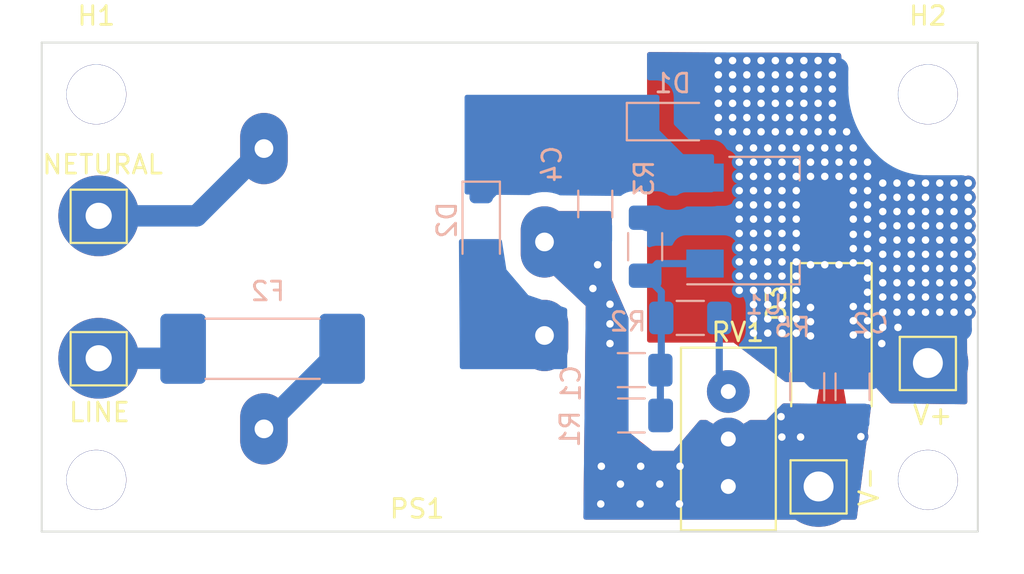
<source format=kicad_pcb>
(kicad_pcb (version 20240225) (generator "pcbnew") (generator_version "8.99")
  (layers (0 "F.Cu" signal) (31 "B.Cu" signal) (34 "B.Paste" user) (35 "F.Paste" user) (36 "B.SilkS" user "B.Silkscreen") (37 "F.SilkS" user "F.Silkscreen") (38 "B.Mask" user) (39 "F.Mask" user) (44 "Edge.Cuts" user))
  (net 0 "")
  (net 1 "Net-(R2-Pad2)")
  (net 2 "GND")
  (net 3 "/Vout")
  (net 4 "/Vin1")
  (net 5 "Net-(U1-ADJ)")
  (net 6 "/Vfuse2")
  (net 7 "/Vin2")
  (net 8 "/VDC")
  (net 9 "/VDC1")
  (footprint "MountingHole:MountingHole_3.2mm_M3" (layer "F.Cu") (at 112.522 79.7814)
    (property "Reference" "H4" (hide yes))
    (property "Value" "MountingHole")
    (pad "" np_thru_hole circle (at 0 0) (size 3.2 3.2) (drill 3.175) (layers "*.Cu" "*.Mask"))
  )
  (footprint "Potentiometer_THT:Potentiometer_Bourns_3296W_Vertical" (layer "F.Cu") (at 146.304 75.054 90)
    (property "Reference" "RV1" (at 3.175 0.508 0) (layer "F.SilkS"))
    (property "Value" "200")
    (fp_line (start 2.345 -2.53) (end 2.345 2.54) (stroke (width 0.12)) (layer "F.SilkS"))
    (fp_line (start -7.425 -2.53) (end 2.345 -2.53) (stroke (width 0.12)) (layer "F.SilkS"))
    (fp_line (start -7.425 -2.53) (end -7.425 2.54) (stroke (width 0.12)) (layer "F.SilkS"))
    (fp_line (start -7.425 2.54) (end 2.345 2.54) (stroke (width 0.12)) (layer "F.SilkS"))
    (pad "1" thru_hole circle (at 0 0 90) (size 2.286 2.286) (drill 0.8) (layers "*.Cu" "*.Mask") (net 1 "Net-(R2-Pad2)"))
    (pad "2" thru_hole circle (at -2.54 0 90) (size 2.286 2.286) (drill 0.8) (layers "*.Cu" "*.Mask") (net 2 "GND"))
    (pad "3" thru_hole circle (at -5.08 0 90) (size 2.286 2.286) (drill 0.8) (layers "*.Cu" "*.Mask") (net 2 "GND"))
  )
  (footprint "Connector_Pin:Pin_D1.4mm_L8.5mm_W2.8mm_FlatFork" (layer "F.Cu") (at 112.649 73.276)
    (property "Reference" "TP2" (hide yes))
    (property "Value" "TestPoint" (hide yes))
    (fp_line (start -1.5 -1.4) (end -1.5 1.45) (stroke (width 0.12)) (layer "F.SilkS"))
    (fp_line (start -1.5 -1.4) (end 1.5 -1.4) (stroke (width 0.12)) (layer "F.SilkS"))
    (fp_line (start -1.5 1.45) (end 1.5 1.45) (stroke (width 0.12)) (layer "F.SilkS"))
    (fp_line (start 1.5 -1.4) (end 1.5 1.45) (stroke (width 0.12)) (layer "F.SilkS"))
    (pad "1" thru_hole circle (at 0 0) (size 4.318 4.318) (drill 1.4) (layers "*.Cu" "*.Mask") (net 7 "/Vin2"))
  )
  (footprint "Connector_Pin:Pin_D1.4mm_L8.5mm_W2.8mm_FlatFork" (layer "F.Cu") (at 112.649 65.656)
    (property "Reference" "TP1" (hide yes))
    (property "Value" "TestPoint" (hide yes))
    (fp_line (start -1.5 -1.4) (end -1.5 1.45) (stroke (width 0.12)) (layer "F.SilkS"))
    (fp_line (start -1.5 -1.4) (end 1.5 -1.4) (stroke (width 0.12)) (layer "F.SilkS"))
    (fp_line (start -1.5 1.45) (end 1.5 1.45) (stroke (width 0.12)) (layer "F.SilkS"))
    (fp_line (start 1.5 -1.4) (end 1.5 1.45) (stroke (width 0.12)) (layer "F.SilkS"))
    (pad "1" thru_hole circle (at 0 0) (size 4.318 4.318) (drill 1.4) (layers "*.Cu" "*.Mask") (net 4 "/Vin1"))
  )
  (footprint "MountingHole:MountingHole_3.2mm_M3" (layer "F.Cu") (at 156.972 59.1566)
    (property "Reference" "H2" (at 0 -4.2 0) (layer "F.SilkS"))
    (property "Value" "MountingHole")
    (pad "" np_thru_hole circle (at 0 0) (size 3.2 3.2) (drill 3.175) (layers "*.Cu" "*.Mask"))
  )
  (footprint "Parts:ZPI03S0600WC" (layer "F.Cu") (at 128.9812 69.5549 -90)
    (property "Reference" "PS1" (at 11.7729 -0.6858 0) (layer "F.SilkS"))
    (property "Value" "ZPI03S0600WC")
    (pad "1" thru_hole oval (at 7.49808 7.49808 270) (size 3.81 2.54) (drill 1) (layers "*.Cu" "*.Mask") (net 6 "/Vfuse2"))
    (pad "2" thru_hole oval (at -7.49808 7.49808 270) (size 3.81 2.54) (drill 1) (layers "*.Cu" "*.Mask") (net 4 "/Vin1"))
    (pad "3" thru_hole oval (at 2.5019 -7.49808 270) (size 3.81 2.54) (drill 1) (layers "*.Cu" "*.Mask") (net 9 "/VDC1"))
    (pad "4" thru_hole oval (at -2.5019 -7.49808 270) (size 3.81 2.54) (drill 1) (layers "*.Cu" "*.Mask") (net 2 "GND"))
  )
  (footprint "Connector_Pin:Pin_D1.4mm_L8.5mm_W2.8mm_FlatFork" (layer "F.Cu") (at 151.13 80.134)
    (property "Reference" "TP4" (hide yes))
    (property "Value" "TestPoint" (hide yes))
    (fp_line (start -1.5 -1.4) (end -1.5 1.45) (stroke (width 0.12)) (layer "F.SilkS"))
    (fp_line (start -1.5 -1.4) (end 1.5 -1.4) (stroke (width 0.12)) (layer "F.SilkS"))
    (fp_line (start -1.5 1.45) (end 1.5 1.45) (stroke (width 0.12)) (layer "F.SilkS"))
    (fp_line (start 1.5 -1.4) (end 1.5 1.45) (stroke (width 0.12)) (layer "F.SilkS"))
    (pad "1" thru_hole circle (at 0 0) (size 4.318 4.318) (drill 1.6) (layers "*.Cu" "*.Mask") (net 2 "GND"))
  )
  (footprint "MountingHole:MountingHole_3.2mm_M3" (layer "F.Cu") (at 112.522 59.1566)
    (property "Reference" "H1" (at 0 -4.2 0) (layer "F.SilkS"))
    (property "Value" "MountingHole")
    (pad "" np_thru_hole circle (at 0 0) (size 3.2 3.2) (drill 3.175) (layers "F&B.Cu" "*.Mask"))
  )
  (footprint "Connector_Pin:Pin_D1.4mm_L8.5mm_W2.8mm_FlatFork" (layer "F.Cu") (at 156.972 73.53)
    (property "Reference" "TP3" (hide yes))
    (property "Value" "TestPoint" (hide yes))
    (fp_line (start -1.5 -1.4) (end -1.5 1.45) (stroke (width 0.12)) (layer "F.SilkS"))
    (fp_line (start -1.5 -1.4) (end 1.5 -1.4) (stroke (width 0.12)) (layer "F.SilkS"))
    (fp_line (start -1.5 1.45) (end 1.5 1.45) (stroke (width 0.12)) (layer "F.SilkS"))
    (fp_line (start 1.5 -1.4) (end 1.5 1.45) (stroke (width 0.12)) (layer "F.SilkS"))
    (pad "1" thru_hole circle (at 0 0) (size 4.318 4.318) (drill 1.6) (layers "*.Cu" "*.Mask") (net 3 "/Vout"))
  )
  (footprint "MountingHole:MountingHole_3.2mm_M3" (layer "F.Cu") (at 156.972 79.7814)
    (property "Reference" "H3" (hide yes))
    (property "Value" "MountingHole")
    (pad "" np_thru_hole circle (at 0 0) (size 3.2 3.2) (drill 3.175) (layers "*.Cu" "*.Mask"))
  )
  (footprint "Diode_SMD:D_SMA-SMB_Universal_Handsoldering" (layer "F.Cu") (at 151.8158 73.1446 -90)
    (property "Reference" "D3" (at -2.7896 2.9464 -90) (layer "F.SilkS"))
    (property "Value" "SMAJ6.5A-13-F")
    (fp_line (start -4.96 2.15) (end 2.7 2.15) (stroke (width 0.12)) (layer "F.SilkS"))
    (fp_line (start -4.96 -2.15) (end -4.96 2.15) (stroke (width 0.12)) (layer "F.SilkS"))
    (fp_line (start -4.96 -2.15) (end 2.7 -2.15) (stroke (width 0.12)) (layer "F.SilkS"))
    (pad "1" smd trapezoid (at -2.9 0 270) (size 3.6 1.7) (rect_delta 0.6 0) (layers "F.Cu" "F.Paste" "F.Mask") (net 3 "/Vout"))
    (pad "2" smd trapezoid (at 2.9 0 90) (size 3.6 1.7) (rect_delta 0.6 0) (layers "F.Cu" "F.Paste" "F.Mask") (net 2 "GND"))
  )
  (footprint "Resistor_SMD:R_1206_3216Metric_Pad1.30x1.75mm_HandSolder" (layer "B.Cu") (at 150.521 74.8 -90)
    (property "Reference" "R5" (at -3.175 0.788 180) (layer "B.SilkS") (effects (justify mirror)))
    (property "Value" "220" (hide yes))
    (fp_line (start 0.727064 0.91) (end -0.727064 0.91) (stroke (width 0.12)) (layer "B.SilkS"))
    (fp_line (start 0.727064 -0.91) (end -0.727064 -0.91) (stroke (width 0.12)) (layer "B.SilkS"))
    (pad "1" smd roundrect (at -1.55 0 270) (size 1.3 1.75) (layers "B.Cu" "B.Paste" "B.Mask") (roundrect_rratio 0.1923076923) (net 3 "/Vout"))
    (pad "2" smd roundrect (at 1.55 0 270) (size 1.3 1.75) (layers "B.Cu" "B.Paste" "B.Mask") (roundrect_rratio 0.1923076923) (net 2 "GND"))
  )
  (footprint "Fuse:Fuse_Schurter_UMT250" (layer "B.Cu") (at 121.412 72.768)
    (property "Reference" "F2" (at 0.2794 -3.0734 0) (layer "B.SilkS") (effects (justify mirror)))
    (property "Value" "0034.6000")
    (fp_line (start 3.05 -1.61) (end -3.05 -1.61) (stroke (width 0.12)) (layer "B.SilkS"))
    (fp_line (start 3.05 1.61) (end -3.05 1.61) (stroke (width 0.12)) (layer "B.SilkS"))
    (pad "1" smd roundrect (at -4.25 0) (size 2.4384 3.75) (layers "B.Cu" "B.Paste" "B.Mask") (roundrect_rratio 0.125) (net 7 "/Vin2"))
    (pad "2" smd roundrect (at 4.25 0) (size 2.4384 3.75) (layers "B.Cu" "B.Paste" "B.Mask") (roundrect_rratio 0.125) (net 6 "/Vfuse2"))
  )
  (footprint "Resistor_SMD:R_1206_3216Metric_Pad1.30x1.75mm_HandSolder" (layer "B.Cu") (at 144.272 71.117)
    (property "Reference" "R2" (at -3.3274 0.2032 0) (layer "B.SilkS") (effects (justify mirror)))
    (property "Value" "330" (hide yes))
    (fp_line (start 0.727064 -0.91) (end -0.727064 -0.91) (stroke (width 0.12)) (layer "B.SilkS"))
    (fp_line (start 0.727064 0.91) (end -0.727064 0.91) (stroke (width 0.12)) (layer "B.SilkS"))
    (pad "1" smd roundrect (at -1.55 0) (size 1.3 1.75) (layers "B.Cu" "B.Paste" "B.Mask") (roundrect_rratio 0.1923076923) (net 5 "Net-(U1-ADJ)"))
    (pad "2" smd roundrect (at 1.55 0) (size 1.3 1.75) (layers "B.Cu" "B.Paste" "B.Mask") (roundrect_rratio 0.1923076923) (net 1 "Net-(R2-Pad2)"))
  )
  (footprint "Capacitor_SMD:C_1206_3216Metric_Pad1.33x1.80mm_HandSolder" (layer "B.Cu") (at 152.9465 74.8 -90)
    (property "Reference" "C2" (at -3.3782 -0.9521 180) (layer "B.SilkS") (effects (justify mirror)))
    (property "Value" ".1U" (hide yes))
    (fp_line (start 0.711252 0.91) (end -0.711252 0.91) (stroke (width 0.12)) (layer "B.SilkS"))
    (fp_line (start 0.711252 -0.91) (end -0.711252 -0.91) (stroke (width 0.12)) (layer "B.SilkS"))
    (pad "1" smd roundrect (at -1.5625 0 270) (size 1.325 1.8) (layers "B.Cu" "B.Paste" "B.Mask") (roundrect_rratio 0.1886792453) (net 3 "/Vout"))
    (pad "2" smd roundrect (at 1.5625 0 270) (size 1.325 1.8) (layers "B.Cu" "B.Paste" "B.Mask") (roundrect_rratio 0.1886792453) (net 2 "GND"))
  )
  (footprint "Resistor_SMD:R_1206_3216Metric_Pad1.30x1.75mm_HandSolder" (layer "B.Cu") (at 141.123 73.911 180)
    (property "Reference" "R1" (at 3.2772 -3.1496 -90) (layer "B.SilkS") (effects (justify mirror)))
    (property "Value" "1500" (hide yes))
    (fp_line (start 0.727064 0.91) (end -0.727064 0.91) (stroke (width 0.12)) (layer "B.SilkS"))
    (fp_line (start 0.727064 -0.91) (end -0.727064 -0.91) (stroke (width 0.12)) (layer "B.SilkS"))
    (pad "1" smd roundrect (at -1.55 0 180) (size 1.3 1.75) (layers "B.Cu" "B.Paste" "B.Mask") (roundrect_rratio 0.1923076923) (net 5 "Net-(U1-ADJ)"))
    (pad "2" smd roundrect (at 1.55 0 180) (size 1.3 1.75) (layers "B.Cu" "B.Paste" "B.Mask") (roundrect_rratio 0.1923076923) (net 2 "GND"))
  )
  (footprint "Capacitor_SMD:C_1206_3216Metric_Pad1.33x1.80mm_HandSolder" (layer "B.Cu") (at 139.192 65.021 -90)
    (property "Reference" "C4" (at -2.1336 2.3114 90) (layer "B.SilkS") (effects (justify mirror)))
    (property "Value" ".1U" (hide yes))
    (fp_line (start 0.711252 0.91) (end -0.711252 0.91) (stroke (width 0.12)) (layer "B.SilkS"))
    (fp_line (start 0.711252 -0.91) (end -0.711252 -0.91) (stroke (width 0.12)) (layer "B.SilkS"))
    (pad "1" smd roundrect (at -1.5625 0 270) (size 1.325 1.8) (layers "B.Cu" "B.Paste" "B.Mask") (roundrect_rratio 0.1886792453) (net 8 "/VDC"))
    (pad "2" smd roundrect (at 1.5625 0 270) (size 1.325 1.8) (layers "B.Cu" "B.Paste" "B.Mask") (roundrect_rratio 0.1886792453) (net 2 "GND"))
  )
  (footprint "Parts:D_SOD-123F-HandSolder" (layer "B.Cu") (at 133.096 66.037 -90)
    (property "Reference" "D2" (at -0.1524 1.8288 -90) (layer "B.SilkS") (effects (justify mirror)))
    (property "Value" "A7")
    (fp_line (start 1.65 1) (end -2.21 1) (stroke (width 0.12)) (layer "B.SilkS"))
    (fp_line (start -2.21 -1) (end -2.21 1) (stroke (width 0.12)) (layer "B.SilkS"))
    (fp_line (start 1.65 -1) (end -2.21 -1) (stroke (width 0.12)) (layer "B.SilkS"))
    (pad "1" smd roundrect (at -1.6764 0 270) (size 1.25 1.25) (layers "B.Cu" "B.Paste" "B.Mask") (roundrect_rratio 0.2272728) (net 8 "/VDC"))
    (pad "2" smd roundrect (at 1.6764 0 270) (size 1.25 1.25) (layers "B.Cu" "B.Paste" "B.Mask") (roundrect_rratio 0.2272728) (net 9 "/VDC1"))
  )
  (footprint "Capacitor_SMD:C_1206_3216Metric_Pad1.33x1.80mm_HandSolder" (layer "B.Cu") (at 141.123 76.3365 180)
    (property "Reference" "C1" (at 3.2264 1.7143 -90) (layer "B.SilkS") (effects (justify mirror)))
    (property "Value" ".1U")
    (fp_line (start 0.711252 0.91) (end -0.711252 0.91) (stroke (width 0.12)) (layer "B.SilkS"))
    (fp_line (start 0.711252 -0.91) (end -0.711252 -0.91) (stroke (width 0.12)) (layer "B.SilkS"))
    (pad "1" smd roundrect (at -1.5625 0 180) (size 1.325 1.8) (layers "B.Cu" "B.Paste" "B.Mask") (roundrect_rratio 0.1886792453) (net 5 "Net-(U1-ADJ)"))
    (pad "2" smd roundrect (at 1.5625 0 180) (size 1.325 1.8) (layers "B.Cu" "B.Paste" "B.Mask") (roundrect_rratio 0.1886792453) (net 2 "GND"))
  )
  (footprint "Package_TO_SOT_SMD:SOT-223-3_TabPin2" (layer "B.Cu") (at 148.209 65.91)
    (property "Reference" "U1" (at 0 4.5 0) (layer "B.SilkS") (effects (justify mirror)))
    (property "Value" "LM317_SOT-223" (hide yes))
    (fp_line (start 1.91 -3.41) (end -1.85 -3.41) (stroke (width 0.12)) (layer "B.SilkS"))
    (fp_line (start 1.91 -2.15) (end 1.91 -3.41) (stroke (width 0.12)) (layer "B.SilkS"))
    (fp_line (start 1.91 2.15) (end 1.91 3.41) (stroke (width 0.12)) (layer "B.SilkS"))
    (fp_line (start 1.91 3.41) (end -4.1 3.41) (stroke (width 0.12)) (layer "B.SilkS"))
    (pad "1" smd rect (at -3.15 2.3) (size 2 1.5) (layers "B.Cu" "B.Paste" "B.Mask") (net 5 "Net-(U1-ADJ)"))
    (pad "2" smd rect (at -3.15 0) (size 2 1.5) (layers "B.Cu" "B.Paste" "B.Mask") (net 3 "/Vout"))
    (pad "2" smd rect (at 3.15 0) (size 2 3.8) (layers "B.Cu" "B.Paste" "B.Mask") (net 3 "/Vout"))
    (pad "3" smd rect (at -3.15 -2.3) (size 2 1.5) (layers "B.Cu" "B.Paste" "B.Mask") (net 8 "/VDC"))
  )
  (footprint "Parts:D_SOD-123F-HandSolder" (layer "B.Cu") (at 143.0905 60.6145)
    (property "Reference" "D1" (at 0.2417 -2.0451 0) (layer "B.SilkS") (effects (justify mirror)))
    (property "Value" "A7")
    (fp_line (start -2.21 -1) (end -2.21 1) (stroke (width 0.12)) (layer "B.SilkS"))
    (fp_line (start 1.65 -1) (end -2.21 -1) (stroke (width 0.12)) (layer "B.SilkS"))
    (fp_line (start 1.65 1) (end -2.21 1) (stroke (width 0.12)) (layer "B.SilkS"))
    (pad "1" smd roundrect (at -1.6764 0) (size 1.25 1.25) (layers "B.Cu" "B.Paste" "B.Mask") (roundrect_rratio 0.2272728) (net 8 "/VDC"))
    (pad "2" smd roundrect (at 1.6764 0) (size 1.25 1.25) (layers "B.Cu" "B.Paste" "B.Mask") (roundrect_rratio 0.2272728) (net 3 "/Vout"))
  )
  (footprint "Resistor_SMD:R_1206_3216Metric_Pad1.30x1.75mm_HandSolder" (layer "B.Cu") (at 141.859 67.307 -90)
    (property "Reference" "R3" (at -3.6576 0.0508 90) (layer "B.SilkS") (effects (justify mirror)))
    (property "Value" "240" (hide yes))
    (fp_line (start 0.727064 0.91) (end -0.727064 0.91) (stroke (width 0.12)) (layer "B.SilkS"))
    (fp_line (start 0.727064 -0.91) (end -0.727064 -0.91) (stroke (width 0.12)) (layer "B.SilkS"))
    (pad "1" smd roundrect (at -1.55 0 270) (size 1.3 1.75) (layers "B.Cu" "B.Paste" "B.Mask") (roundrect_rratio 0.1923076923) (net 3 "/Vout"))
    (pad "2" smd roundrect (at 1.55 0 270) (size 1.3 1.75) (layers "B.Cu" "B.Paste" "B.Mask") (roundrect_rratio 0.1923076923) (net 5 "Net-(U1-ADJ)"))
  )
  (gr_line (start 159.639 82.547) (end 109.601 82.547) (stroke (width 0.1)) (layer "Edge.Cuts"))
  (gr_line (start 109.601 56.385) (end 159.639 56.385) (stroke (width 0.1)) (layer "Edge.Cuts"))
  (gr_line (start 109.601 82.547) (end 109.601 56.385) (stroke (width 0.1)) (layer "Edge.Cuts"))
  (gr_line (start 159.639 56.385) (end 159.639 82.547) (stroke (width 0.1)) (layer "Edge.Cuts"))
  (gr_text "V-" (at 154.4066 81.277 90) (layer "F.SilkS") (effects (font (size 1 1)) (justify left bottom)))
  (gr_text "V+" (at 156.083 76.9082 0) (layer "F.SilkS") (effects (font (size 1 1)) (justify left bottom)))
  (gr_text "NETURAL" (at 109.5502 63.497 0) (layer "F.SilkS") (effects (font (size 1 1)) (justify left bottom)))
  (gr_text "LINE" (at 110.9726 76.7558 0) (layer "F.SilkS") (effects (font (size 1 1)) (justify left bottom)))
  (segment (start 145.822 74.572) (end 146.304 75.054) (width 0.381) (layer "B.Cu") (net 1))
  (segment (start 145.822 71.117) (end 145.822 74.572) (width 0.381) (layer "B.Cu") (net 1))
  (segment (start 151.8158 76.0446) (end 151.8158 79.4482) (width 1.143) (layer "F.Cu") (net 2))
  (segment (start 151.8158 79.4482) (end 151.13 80.134) (width 1.143) (layer "F.Cu") (net 2))
  (via (at 153.3906 77.467) (size 0.8) (drill 0.4) (layers "F.Cu" "B.Cu") (net 2))
  (via (at 149.166625 77.490604) (size 0.8) (drill 0.4) (layers "F.Cu" "B.Cu") (net 2))
  (via (at 142.641547 80.008369) (size 0.8) (drill 0.4) (layers "F.Cu" "B.Cu") (net 2))
  (via (at 143.693223 81.071772) (size 0.8) (drill 0.4) (layers "F.Cu" "B.Cu") (net 2))
  (via (at 139.9794 72.4886) (size 0.8) (drill 0.4) (layers "F.Cu" "B.Cu") (net 2))
  (via (at 139.486522 81.071772) (size 0.8) (drill 0.4) (layers "F.Cu" "B.Cu") (net 2))
  (via (at 139.319 68.2722) (size 0.8) (drill 0.4) (layers "F.Cu" "B.Cu") (net 2))
  (via (at 141.621148 79.054433) (size 0.8) (drill 0.4) (layers "F.Cu" "B.Cu") (net 2))
  (via (at 140.538197 80.008369) (size 0.8) (drill 0.4) (layers "F.Cu" "B.Cu") (net 2))
  (via (at 139.517798 79.054433) (size 0.8) (drill 0.4) (layers "F.Cu" "B.Cu") (net 2))
  (via (at 139.9794 70.385249) (size 0.8) (drill 0.4) (layers "F.Cu" "B.Cu") (net 2))
  (via (at 143.724499 79.054433) (size 0.8) (drill 0.4) (layers "F.Cu" "B.Cu") (net 2))
  (via (at 150.167476 77.490604) (size 0.8) (drill 0.4) (layers "F.Cu" "B.Cu") (net 2))
  (via (at 139.065 69.5422) (size 0.8) (drill 0.4) (layers "F.Cu" "B.Cu") (net 2))
  (via (at 139.9794 71.436925) (size 0.8) (drill 0.4) (layers "F.Cu" "B.Cu") (net 2))
  (via (at 141.589872 81.071772) (size 0.8) (drill 0.4) (layers "F.Cu" "B.Cu") (net 2))
  (via (at 149.1234 76.4002) (size 0.8) (drill 0.4) (layers "F.Cu" "B.Cu") (net 2))
  (segment (start 150.521 76.35) (end 149.277 77.594) (width 1.143) (layer "B.Cu") (net 2))
  (segment (start 139.192 66.5835) (end 139.192 69.76572) (width 1.143) (layer "B.Cu") (net 2))
  (segment (start 142.458 80.134) (end 146.304 80.134) (width 1.143) (layer "B.Cu") (net 2))
  (segment (start 146.304 80.134) (end 151.13 80.134) (width 1.143) (layer "B.Cu") (net 2))
  (segment (start 139.192 69.76572) (end 139.573 70.14672) (width 1.143) (layer "B.Cu") (net 2))
  (segment (start 139.192 66.5835) (end 136.94878 66.5835) (width 1.143) (layer "B.Cu") (net 2))
  (segment (start 150.5335 76.3625) (end 150.521 76.35) (width 1.143) (layer "B.Cu") (net 2))
  (segment (start 139.5605 77.2365) (end 142.458 80.134) (width 1.143) (layer "B.Cu") (net 2))
  (segment (start 152.9465 76.3625) (end 152.9465 78.3175) (width 1.143) (layer "B.Cu") (net 2))
  (segment (start 136.94878 66.5835) (end 136.47928 67.053) (width 1.143) (layer "B.Cu") (net 2))
  (segment (start 139.573 73.911) (end 139.573 76.324) (width 1.143) (layer "B.Cu") (net 2))
  (segment (start 136.47928 67.053) (end 139.573 70.14672) (width 1.143) (layer "B.Cu") (net 2))
  (segment (start 152.9465 78.3175) (end 151.13 80.134) (width 1.143) (layer "B.Cu") (net 2))
  (segment (start 139.5605 76.3365) (end 139.5605 77.2365) (width 1.143) (layer "B.Cu") (net 2))
  (segment (start 139.573 70.14672) (end 139.573 73.911) (width 1.143) (layer "B.Cu") (net 2))
  (segment (start 152.9465 76.3625) (end 150.5335 76.3625) (width 1.143) (layer "B.Cu") (net 2))
  (segment (start 139.573 76.324) (end 139.5605 76.3365) (width 1.143) (layer "B.Cu") (net 2))
  (segment (start 149.277 77.594) (end 146.304 77.594) (width 1.143) (layer "B.Cu") (net 2))
  (segment (start 156.8145 73.3725) (end 156.972 73.53) (width 1.143) (layer "F.Cu") (net 3))
  (via (at 150.6982 63.5478) (size 0.8) (drill 0.4) (layers "F.Cu" "B.Cu") (net 3))
  (via (at 150.3426 59.6362) (size 0.8) (drill 0.4) (layers "F.Cu" "B.Cu") (net 3))
  (via (at 145.7706 61.1602) (size 0.8) (drill 0.4) (layers "F.Cu" "B.Cu") (net 3))
  (via (at 147.6502 68.1198) (size 0.8) (drill 0.4) (layers "F.Cu" "B.Cu") (net 3))
  (via (at 149.1742 71.9298) (size 0.8) (drill 0.4) (layers "F.Cu" "B.Cu") (net 3))
  (via (at 152.9842 63.5478) (size 0.8) (drill 0.4) (layers "F.Cu" "B.Cu") (net 3))
  (via (at 149.9362 67.3578) (size 0.8) (drill 0.4) (layers "F.Cu" "B.Cu") (net 3))
  (via (at 148.8186 60.3982) (size 0.8) (drill 0.4) (layers "F.Cu" "B.Cu") (net 3))
  (via (at 149.5806 59.6362) (size 0.8) (drill 0.4) (layers "F.Cu" "B.Cu") (net 3))
  (via (at 147.6502 65.0718) (size 0.8) (drill 0.4) (layers "F.Cu" "B.Cu") (net 3))
  (via (at 158.369 63.9034) (size 0.8) (drill 0.4) (layers "F.Cu" "B.Cu") (net 3))
  (via (at 148.4122 68.1198) (size 0.8) (drill 0.4) (layers "F.Cu" "B.Cu") (net 3))
  (via (at 149.5806 61.1602) (size 0.8) (drill 0.4) (layers "F.Cu" "B.Cu") (net 3))
  (via (at 149.1742 68.1198) (size 0.8) (drill 0.4) (layers "F.Cu" "B.Cu") (net 3))
  (via (at 147.6502 68.8818) (size 0.8) (drill 0.4) (layers "F.Cu" "B.Cu") (net 3))
  (via (at 145.7706 58.1122) (size 0.8) (drill 0.4) (layers "F.Cu" "B.Cu") (net 3))
  (via (at 148.4122 62.7858) (size 0.8) (drill 0.4) (layers "F.Cu" "B.Cu") (net 3))
  (via (at 156.845 68.4754) (size 0.8) (drill 0.4) (layers "F.Cu" "B.Cu") (net 3))
  (via (at 150.6982 62.7858) (size 0.8) (drill 0.4) (layers "F.Cu" "B.Cu") (net 3))
  (via (at 157.607 68.4754) (size 0.8) (drill 0.4) (layers "F.Cu" "B.Cu") (net 3))
  (via (at 148.0566 58.8742) (size 0.8) (drill 0.4) (layers "F.Cu" "B.Cu") (net 3))
  (via (at 159.131 69.2374) (size 0.8) (drill 0.4) (layers "F.Cu" "B.Cu") (net 3))
  (via (at 156.083 64.6654) (size 0.8) (drill 0.4) (layers "F.Cu" "B.Cu") (net 3))
  (via (at 153.7462 63.5478) (size 0.8) (drill 0.4) (layers "F.Cu" "B.Cu") (net 3))
  (via (at 147.2946 60.3982) (size 0.8) (drill 0.4) (layers "F.Cu" "B.Cu") (net 3))
  (via (at 149.5806 60.3982) (size 0.8) (drill 0.4) (layers "F.Cu" "B.Cu") (net 3))
  (via (at 159.131 66.1894) (size 0.8) (drill 0.4) (layers "F.Cu" "B.Cu") (net 3))
  (via (at 153.7462 67.4086) (size 0.8) (drill 0.4) (layers "F.Cu" "B.Cu") (net 3))
  (via (at 156.845 65.4274) (size 0.8) (drill 0.4) (layers "F.Cu" "B.Cu") (net 3))
  (via (at 149.1742 66.5958) (size 0.8) (drill 0.4) (layers "F.Cu" "B.Cu") (net 3))
  (via (at 149.9362 63.5478) (size 0.8) (drill 0.4) (layers "F.Cu" "B.Cu") (net 3))
  (via (at 159.131 69.9994) (size 0.8) (drill 0.4) (layers "F.Cu" "B.Cu") (net 3))
  (via (at 159.131 65.4274) (size 0.8) (drill 0.4) (layers "F.Cu" "B.Cu") (net 3))
  (via (at 148.8186 59.6362) (size 0.8) (drill 0.4) (layers "F.Cu" "B.Cu") (net 3))
  (via (at 151.1046 60.3982) (size 0.8) (drill 0.4) (layers "F.Cu" "B.Cu") (net 3))
  (via (at 159.131 67.7134) (size 0.8) (drill 0.4) (layers "F.Cu" "B.Cu") (net 3))
  (via (at 146.5326 58.1122) (size 0.8) (drill 0.4) (layers "F.Cu" "B.Cu") (net 3))
  (via (at 152.9842 70.5074) (size 0.8) (drill 0.4) (layers "F.Cu" "B.Cu") (net 3))
  (via (at 148.0566 58.1122) (size 0.8) (drill 0.4) (layers "F.Cu" "B.Cu") (net 3))
  (via (at 159.131 64.6654) (size 0.8) (drill 0.4) (layers "F.Cu" "B.Cu") (net 3))
  (via (at 153.7462 69.7454) (size 0.8) (drill 0.4) (layers "F.Cu" "B.Cu") (net 3))
  (via (at 155.321 64.6654) (size 0.8) (drill 0.4) (layers "F.Cu" "B.Cu") (net 3))
  (via (at 151.8666 58.8742) (size 0.8) (drill 0.4) (layers "F.Cu" "B.Cu") (net 3))
  (via (at 149.9362 71.9298) (size 0.8) (drill 0.4) (layers "F.Cu" "B.Cu") (net 3))
  (via (at 147.6502 71.9298) (size 0.8) (drill 0.4) (layers "F.Cu" "B.Cu") (net 3))
  (via (at 147.6502 67.3578) (size 0.8) (drill 0.4) (layers "F.Cu" "B.Cu") (net 3))
  (via (at 158.369 65.4274) (size 0.8) (drill 0.4) (layers "F.Cu" "B.Cu") (net 3))
  (via (at 146.8882 65.0718) (size 0.8) (drill 0.4) (layers "F.Cu" "B.Cu") (net 3))
  (via (at 153.7462 62.7858) (size 0.8) (drill 0.4) (layers "F.Cu" "B.Cu") (net 3))
  (via (at 157.607 63.9034) (size 0.8) (drill 0.4) (layers "F.Cu" "B.Cu") (net 3))
  (via (at 152.9842 62.7858) (size 0.8) (drill 0.4) (layers "F.Cu" "B.Cu") (net 3))
  (via (at 151.8666 57.3502) (size 0.8) (drill 0.4) (layers "F.Cu" "B.Cu") (net 3))
  (via (at 151.1046 61.1602) (size 0.8) (drill 0.4) (layers "F.Cu" "B.Cu") (net 3))
  (via (at 151.4602 68.2722) (size 0.8) (drill 0.4) (layers "F.Cu" "B.Cu") (net 3))
  (via (at 145.7706 57.3502) (size 0.8) (drill 0.4) (layers "F.Cu" "B.Cu") (net 3))
  (via (at 153.7462 68.9834) (size 0.8) (drill 0.4) (layers "F.Cu" "B.Cu") (net 3))
  (via (at 155.321 68.4754) (size 0.8) (drill 0.4) (layers "F.Cu" "B.Cu") (net 3))
  (via (at 153.7462 68.1706) (size 0.8) (drill 0.4) (layers "F.Cu" "B.Cu") (net 3))
  (via (at 149.9362 68.8818) (size 0.8) (drill 0.4) (layers "F.Cu" "B.Cu") (net 3))
  (via (at 156.845 69.2374) (size 0.8) (drill 0.4) (layers "F.Cu" "B.Cu") (net 3))
  (via (at 150.3426 58.8742) (size 0.8) (drill 0.4) (layers "F.Cu" "B.Cu") (net 3))
  (via (at 158.369 67.7134) (size 0.8) (drill 0.4) (layers "F.Cu" "B.Cu") (net 3))
  (via (at 148.8186 61.1602) (size 0.8) (drill 0.4) (layers "F.Cu" "B.Cu") (net 3))
  (via (at 151.1046 58.1122) (size 0.8) (drill 0.4) (layers "F.Cu" "B.Cu") (net 3))
  (via (at 146.8882 65.8338) (size 0.8) (drill 0.4) (layers "F.Cu" "B.Cu") (net 3))
  (via (at 152.6286 61.1602) (size 0.8) (drill 0.4) (layers "F.Cu" "B.Cu") (net 3))
  (via (at 149.5806 58.1122) (size 0.8) (drill 0.4) (layers "F.Cu" "B.Cu") (net 3))
  (via (at 146.5326 57.3502) (size 0.8) (drill 0.4) (layers "F.Cu" "B.Cu") (net 3))
  (via (at 156.083 69.2374) (size 0.8) (drill 0.4) (layers "F.Cu" "B.Cu") (net 3))
  (via (at 158.369 68.4754) (size 0.8) (drill 0.4) (layers "F.Cu" "B.Cu") (net 3))
  (via (at 155.321 69.2374) (size 0.8) (drill 0.4) (layers "F.Cu" "B.Cu") (net 3))
  (via (at 146.5326 61.1602) (size 0.8) (drill 0.4) (layers "F.Cu" "B.Cu") (net 3))
  (via (at 148.4122 71.1678) (size 0.8) (drill 0.4) (layers "F.Cu" "B.Cu") (net 3))
  (via (at 151.4602 62.0238) (size 0.8) (drill 0.4) (layers "F.Cu" "B.Cu") (net 3))
  (via (at 159.131 68.4754) (size 0.8) (drill 0.4) (layers "F.Cu" "B.Cu") (net 3))
  (via (at 150.3426 61.1602) (size 0.8) (drill 0.4) (layers "F.Cu" "B.Cu") (net 3))
  (via (at 149.1742 69.6438) (size 0.8) (drill 0.4) (layers "F.Cu" "B.Cu") (net 3))
  (via (at 156.845 70.8122) (size 0.8) (drill 0.4) (layers "F.Cu" "B.Cu") (net 3))
  (via (at 156.845 64.6654) (size 0.8) (drill 0.4) (layers "F.Cu" "B.Cu") (net 3))
  (via (at 148.8186 58.8742) (size 0.8) (drill 0.4) (layers "F.Cu" "B.Cu") (net 3))
  (via (at 153.7462 64.3098) (size 0.8) (drill 0.4) (layers "F.Cu" "B.Cu") (net 3))
  (via (at 154.559 70.8122) (size 0.8) (drill 0.4) (layers "F.Cu" "B.Cu") (net 3))
  (via (at 149.5806 57.3502) (size 0.8) (drill 0.4) (layers "F.Cu" "B.Cu") (net 3))
  (via (at 149.1742 68.8818) (size 0.8) (drill 0.4) (layers "F.Cu" "B.Cu") (net 3))
  (via (at 149.9362 69.6438) (size 0.8) (drill 0.4) (layers "F.Cu" "B.Cu") (net 3))
  (via (at 156.083 68.4754) (size 0.8) (drill 0.4) (layers "F.Cu" "B.Cu") (net 3))
  (via (at 152.2222 62.7858) (size 0.8) (drill 0.4) (layers "F.Cu" "B.Cu") (net 3))
  (via (at 153.7462 65.0718) (size 0.8) (drill 0.4) (layers "F.Cu" "B.Cu") (net 3))
  (via (at 154.559 63.9034) (size 0.8) (drill 0.4) (layers "F.Cu" "B.Cu") (net 3))
  (via (at 155.3718 71.625) (size 0.8) (drill 0.4) (layers "F.Cu" "B.Cu") (net 3))
  (via (at 156.845 63.9034) (size 0.8) (drill 0.4) (layers "F.Cu" "B.Cu") (net 3))
  (via (at 156.845 67.7134) (size 0.8) (drill 0.4) (layers "F.Cu" "B.Cu") (net 3))
  (via (at 146.8882 68.8818) (size 0.8) (drill 0.4) (layers "F.Cu" "B.Cu") (net 3))
  (via (at 148.0566 61.1602) (size 0.8) (drill 0.4) (layers "F.Cu" "B.Cu") (net 3))
  (via (at 147.6502 71.1678) (size 0.8) (drill 0.4) (layers "F.Cu" "B.Cu") (net 3))
  (via (at 158.369 69.2374) (size 0.8) (drill 0.4) (layers "F.Cu" "B.Cu") (net 3))
  (via (at 155.321 67.7134) (size 0.8) (drill 0.4) (layers "F.Cu" "B.Cu") (net 3))
  (via (at 156.845 69.9994) (size 0.8) (drill 0.4) (layers "F.Cu" "B.Cu") (net 3))
  (via (at 154.559 69.2374) (size 0.8) (drill 0.4) (layers "F.Cu" "B.Cu") (net 3))
  (via (at 148.4122 62.0238) (size 0.8) (drill 0.4) (layers "F.Cu" "B.Cu") (net 3))
  (via (at 156.083 63.9034) (size 0.8) (drill 0.4) (layers "F.Cu" "B.Cu") (net 3))
  (via (at 158.369 66.1894) (size 0.8) (drill 0.4) (layers "F.Cu" "B.Cu") (net 3))
  (via (at 149.9362 68.1198) (size 0.8) (drill 0.4) (layers "F.Cu" "B.Cu") (net 3))
  (via (at 159.131 70.8122) (size 0.8) (drill 0.4) (layers "F.Cu" "B.Cu") (net 3))
  (via (at 149.1742 64.3098) (size 0.8) (drill 0.4) (layers "F.Cu" "B.Cu") (net 3))
  (via (at 152.9842 65.0718) (size 0.8) (drill 0.4) (layers "F.Cu" "B.Cu") (net 3))
  (via (at 149.5806 58.8742) (size 0.8) (drill 0.4) (layers "F.Cu" "B.Cu") (net 3))
  (via (at 148.4122 65.0718) (size 0.8) (drill 0.4) (layers "F.Cu" "B.Cu") (net 3))
  (via (at 147.6502 70.4058) (size 0.8) (drill 0.4) (layers "F.Cu" "B.Cu") (net 3))
  (via (at 154.559 64.6654) (size 0.8) (drill 0.4) (layers "F.Cu" "B.Cu") (net 3))
  (via (at 148.4122 67.3578) (size 0.8) (drill 0.4) (layers "F.Cu" "B.Cu") (net 3))
  (via (at 156.083 70.8122) (size 0.8) (drill 0.4) (layers "F.Cu" "B.Cu") (net 3))
  (via (at 149.1742 63.5478) (size 0.8) (drill 0.4) (layers "F.Cu" "B.Cu") (net 3))
  (via (at 146.8882 69.6438) (size 0.8) (drill 0.4) (layers "F.Cu" "B.Cu") (net 3))
  (via (at 149.9362 70.4058) (size 0.8) (drill 0.4) (layers "F.Cu" "B.Cu") (net 3))
  (via (at 148.4122 63.5478) (size 0.8) (drill 0.4) (layers "F.Cu" "B.Cu") (net 3))
  (via (at 151.1046 59.6362) (size 0.8) (drill 0.4) (layers "F.Cu" "B.Cu") (net 3))
  (via (at 152.2222 68.2722) (size 0.8) (drill 0.4) (layers "F.Cu" "B.Cu") (net 3))
  (via (at 149.9362 65.8338) (size 0.8) (drill 0.4) (layers "F.Cu" "B.Cu") (net 3))
  (via (at 155.321 66.1894) (size 0.8) (drill 0.4) (layers "F.Cu" "B.Cu") (net 3))
  (via (at 148.4122 66.5958) (size 0.8) (drill 0.4) (layers "F.Cu" "B.Cu") (net 3))
  (via (at 158.369 69.9994) (size 0.8) (drill 0.4) (layers "F.Cu" "B.Cu") (net 3))
  (via (at 149.9362 66.5958) (size 0.8) (drill 0.4) (layers "F.Cu" "B.Cu") (net 3))
  (via (at 152.9842 62.0238) (size 0.8) (drill 0.4) (layers "F.Cu" "B.Cu") (net 3))
  (via (at 157.607 69.9994) (size 0.8) (drill 0.4) (layers "F.Cu" "B.Cu") (net 3))
  (via (at 146.8882 67.3578) (size 0.8) (drill 0.4) (layers "F.Cu" "B.Cu") (net 3))
  (via (at 146.8882 62.7858) (size 0.8) (drill 0.4) (layers "F.Cu" "B.Cu") (net 3))
  (via (at 151.8666 58.1122) (size 0.8) (drill 0.4) (layers "F.Cu" "B.Cu") (net 3))
  (via (at 147.6502 63.5478) (size 0.8) (drill 0.4) (layers "F.Cu" "B.Cu") (net 3))
  (via (at 154.559 66.1894) (size 0.8) (drill 0.4) (layers "F.Cu" "B.Cu") (net 3))
  (via (at 147.2946 59.6362) (size 0.8) (drill 0.4) (layers "F.Cu" "B.Cu") (net 3))
  (via (at 149.1742 65.8338) (size 0.8) (drill 0.4) (layers "F.Cu" "B.Cu") (net 3))
  (via (at 148.4122 69.6438) (size 0.8) (drill 0.4) (layers "F.Cu" "B.Cu") (net 3))
  (via (at 145.7706 60.3982) (size 0.8) (drill 0.4) (layers "F.Cu" "B.Cu") (net 3))
  (via (at 146.5326 58.8742) (size 0.8) (drill 0.4) (layers "F.Cu" "B.Cu") (net 3))
  (via (at 146.8882 66.5958) (size 0.8) (drill 0.4) (layers "F.Cu" "B.Cu") (net 3))
  (via (at 150.6982 72.0822) (size 0.8) (drill 0.4) (layers "F.Cu" "B.Cu") (net 3))
  (via (at 157.607 64.6654) (size 0.8) (drill 0.4) (layers "F.Cu" "B.Cu") (net 3))
  (via (at 147.6502 69.6438) (size 0.8) (drill 0.4) (layers "F.Cu" "B.Cu") (net 3))
  (via (at 152.9842 71.2694) (size 0.8) (drill 0.4) (layers "F.Cu" "B.Cu") (net 3))
  (via (at 146.8882 63.5478) (size 0.8) (drill 0.4) (layers "F.Cu" "B.Cu") (net 3))
  (via (at 147.2946 58.8742) (size 0.8) (drill 0.4) (layers "F.Cu" "B.Cu") (net 3))
  (via (at 147.6502 62.7858) (size 0.8) (drill 0.4) (layers "F.Cu" "B.Cu") (net 3))
  (via (at 156.845 66.9514) (size 0.8) (drill 0.4) (layers "F.Cu" "B.Cu") (net 3))
  (via (at 157.607 70.8122) (size 0.8) (drill 0.4) (layers "F.Cu" "B.Cu") (net 3))
  (via (at 151.8666 61.1602) (size 0.8) (drill 0.4) (layers "F.Cu" "B.Cu") (net 3))
  (via (at 158.369 64.6654) (size 0.8) (drill 0.4) (layers "F.Cu" "B.Cu") (net 3))
  (via (at 156.083 67.7134) (size 0.8) (drill 0.4) (layers "F.Cu" "B.Cu") (net 3))
  (via (at 157.607 65.4274) (size 0.8) (drill 0.4) (layers "F.Cu" "B.Cu") (net 3))
  (via (at 146.8882 68.1198) (size 0.8) (drill 0.4) (layers "F.Cu" "B.Cu") (net 3))
  (via (at 149.9362 71.1678) (size 0.8) (drill 0.4) (layers "F.Cu" "B.Cu") (net 3))
  (via (at 157.607 66.1894) (size 0.8) (drill 0.4) (layers "F.Cu" "B.Cu") (net 3))
  (via (at 156.083 65.4274) (size 0.8) (drill 0.4) (layers "F.Cu" "B.Cu") (net 3))
  (via (at 152.9842 65.8338) (size 0.8) (drill 0.4) (layers "F.Cu" "B.Cu") (net 3))
  (via (at 155.321 65.4274) (size 0.8) (drill 0.4) (layers "F.Cu" "B.Cu") (net 3))
  (via (at 149.9362 62.7858) (size 0.8) (drill 0.4) (layers "F.Cu" "B.Cu") (net 3))
  (via (at 149.1742 65.0718) (size 0.8) (drill 0.4) (layers "F.Cu" "B.Cu") (net 3))
  (via (at 148.4122 70.4058) (size 0.8) (drill 0.4) (layers "F.Cu" "B.Cu") (net 3))
  (via (at 148.4122 64.3098) (size 0.8) (drill 0.4) (layers "F.Cu" "B.Cu") (net 3))
  (via (at 150.3426 57.3502) (size 0.8) (drill 0.4) (layers "F.Cu" "B.Cu") (net 3))
  (via (at 146.8882 64.3098) (size 0.8) (drill 0.4) (layers "F.Cu" "B.Cu") (net 3))
  (via (at 153.7462 72.0314) (size 0.8) (drill 0.4) (layers "F.Cu" "B.Cu") (net 3))
  (via (at 151.8666 59.6362) (size 0.8) (drill 0.4) (layers "F.Cu" "B.Cu") (net 3))
  (via (at 152.9842 64.3098) (size 0.8) (drill 0.4) (layers "F.Cu" "B.Cu") (net 3))
  (via (at 150.6982 71.3202) (size 0.8) (drill 0.4) (layers "F.Cu" "B.Cu") (net 3))
  (via (at 151.4602 62.7858) (size 0.8) (drill 0.4) (layers "F.Cu" "B.Cu") (net 3))
  (via (at 151.8666 60.3982) (size 0.8) (drill 0.4) (layers "F.Cu" "B.Cu") (net 3))
  (via (at 152.2222 63.5478) (size 0.8) (drill 0.4) (layers "F.Cu" "B.Cu") (net 3))
  (via (at 148.8186 57.3502) (size 0.8) (drill 0.4) (layers "F.Cu" "B.Cu") (net 3))
  (via (at 155.321 66.9514) (size 0.8) (drill 0.4) (layers "F.Cu" "B.Cu") (net 3))
  (via (at 149.9362 65.0718) (size 0.8) (drill 0.4) (layers "F.Cu" "B.Cu") (net 3))
  (via (at 148.4122 65.8338) (size 0.8) (drill 0.4) (layers "F.Cu" "B.Cu") (net 3))
  (via (at 154.5082 72.4886) (size 0.8) (drill 0.4) (layers "F.Cu" "B.Cu") (net 3))
  (via (at 148.0566 60.3982) (size 0.8) (drill 0.4) (layers "F.Cu" "B.Cu") (net 3))
  (via (at 147.6502 62.0238) (size 0.8) (drill 0.4) (layers "F.Cu" "B.Cu") (net 3))
  (via (at 152.2222 62.0238) (size 0.8) (drill 0.4) (layers "F.Cu" "B.Cu") (net 3))
  (via (at 147.6502 66.5958) (size 0.8) (drill 0.4) (layers "F.Cu" "B.Cu") (net 3))
  (via (at 153.7462 65.8338) (size 0.8) (drill 0.4) (layers "F.Cu" "B.Cu") (net 3))
  (via (at 155.321 70.8122) (size 0.8) (drill 0.4) (layers "F.Cu" "B.Cu") (net 3))
  (via (at 147.6502 65.8338) (size 0.8) (drill 0.4) (layers "F.Cu" "B.Cu") (net 3))
  (via (at 149.1742 62.0238) (size 0.8) (drill 0.4) (layers "F.Cu" "B.Cu") (net 3))
  (via (at 152.9842 66.6466) (size 0.8) (drill 0.4) (layers "F.Cu" "B.Cu") (net 3))
  (via (at 154.559 69.9994) (size 0.8) (drill 0.4) (layers "F.Cu" "B.Cu") (net 3))
  (via (at 156.083 69.9994) (size 0.8) (drill 0.4) (layers "F.Cu" "B.Cu") (net 3))
  (via (at 154.559 66.9514) (size 0.8) (drill 0.4) (layers "F.Cu" "B.Cu") (net 3))
  (via (at 150.6982 70.5582) (size 0.8) (drill 0.4) (layers "F.Cu" "B.Cu") (net 3))
  (via (at 147.2946 58.1122) (size 0.8) (drill 0.4) (layers "F.Cu" "B.Cu") (net 3))
  (via (at 151.1046 57.3502) (size 0.8) (drill 0.4) (layers "F.Cu" "B.Cu") (net 3))
  (via (at 157.607 66.9514) (size 0.8) (drill 0.4) (layers "F.Cu" "B.Cu") (net 3))
  (via (at 153.7462 71.2694) (size 0.8) (drill 0.4) (layers "F.Cu" "B.Cu") (net 3))
  (via (at 149.1742 67.3578) (size 0.8) (drill 0.4) (layers "F.Cu" "B.Cu") (net 3))
  (via (at 159.131 66.9514) (size 0.8) (drill 0.4) (layers "F.Cu" "B.Cu") (net 3))
  (via (at 150.6982 62.0238) (size 0.8) (drill 0.4) (layers "F.Cu" "B.Cu") (net 3))
  (via (at 156.845 66.1894) (size 0.8) (drill 0.4) (layers "F.Cu" "B.Cu") (net 3))
  (via (at 153.7462 66.6466) (size 0.8) (drill 0.4) (layers "F.Cu" "B.Cu") (net 3))
  (via (at 152.9842 72.0314) (size 0.8) (drill 0.4) (layers "F.Cu" "B.Cu") (net 3))
  (via (at 151.4602 63.5478) (size 0.8) (drill 0.4) (layers "F.Cu" "B.Cu") (net 3))
  (via (at 147.2946 57.3502) (size 0.8) (drill 0.4) (layers "F.Cu" "B.Cu") (net 3))
  (via (at 154.559 68.4754) (size 0.8) (drill 0.4) (layers "F.Cu" "B.Cu") (net 3))
  (via (at 155.321 69.9994) (size 0.8) (drill 0.4) (layers "F.Cu" "B.Cu") (net 3))
  (via (at 149.1742 71.1678) (size 0.8) (drill 0.4) (layers "F.Cu" "B.Cu") (net 3))
  (via (at 156.083 66.9514) (size 0.8) (drill 0.4) (layers "F.Cu" "B.Cu") (net 3))
  (via (at 154.559 67.7134) (size 0.8) (drill 0.4) (layers "F.Cu" "B.Cu") (net 3))
  (via (at 150.3426 58.1122) (size 0.8) (drill 0.4) (layers "F.Cu" "B.Cu") (net 3))
  (via (at 157.607 67.7134) (size 0.8) (drill 0.4) (layers "F.Cu" "B.Cu") (net 3))
  (via (at 152.9842 68.1706) (size 0.8) (drill 0.4) (layers "F.Cu" "B.Cu") (net 3))
  (via (at 154.559 71.625) (size 0.8) (drill 0.4) (layers "F.Cu" "B.Cu") (net 3))
  (via (at 150.6982 68.2722) (size 0.8) (drill 0.4) (layers "F.Cu" "B.Cu") (net 3))
  (via (at 148.0566 59.6362) (size 0.8) (drill 0.4) (layers "F.Cu" "B.Cu") (net 3))
  (via (at 148.4122 71.9298) (size 0.8) (drill 0.4) (layers "F.Cu" "B.Cu") (net 3))
  (via (at 149.1742 62.7858) (size 0.8) (drill 0.4) (layers "F.Cu" "B.Cu") (net 3))
  (via (at 149.9362 62.0238) (size 0.8) (drill 0.4) (layers "F.Cu" "B.Cu") (net 3))
  (via (at 146.8882 62.0238) (size 0.8) (drill 0.4) (layers "F.Cu" "B.Cu") (net 3))
  (via (at 152.9842 67.4086) (size 0.8) (drill 0.4) (layers "F.Cu" "B.Cu") (net 3))
  (via (at 158.369 66.9514) (size 0.8) (drill 0.4) (layers "F.Cu" "B.Cu") (net 3))
  (via (at 148.8186 58.1122) (size 0.8) (drill 0.4) (layers "F.Cu" "B.Cu") (net 3))
  (via (at 148.4122 68.8818) (size 0.8) (drill 0.4) (layers "F.Cu" "B.Cu") (net 3))
  (via (at 156.083 66.1894) (size 0.8) (drill 0.4) (layers "F.Cu" "B.Cu") (net 3))
  (via (at 146.5326 60.3982) (size 0.8) (drill 0.4) (layers "F.Cu" "B.Cu") (net 3))
  (via (at 149.1742 70.4058) (size 0.8) (drill 0.4) (layers "F.Cu" "B.Cu") (net 3))
  (via (at 145.7706 58.8742) (size 0.8) (drill 0.4) (layers "F.Cu" "B.Cu") (net 3))
  (via (at 146.5326 59.6362) (size 0.8) (drill 0.4) (layers "F.Cu" "B.Cu") (net 3))
  (via (at 154.559 65.4274) (size 0.8) (drill 0.4) (layers "F.Cu" "B.Cu") (net 3))
  (via (at 147.2946 61.1602) (size 0.8) (drill 0.4) (layers "F.Cu" "B.Cu") (net 3))
  (via (at 149.9362 64.3098) (size 0.8) (drill 0.4) (layers "F.Cu" "B.Cu") (net 3))
  (via (at 155.321 63.9034) (size 0.8) (drill 0.4) (layers "F.Cu" "B.Cu") (net 3))
  (via (at 159.131 63.9034) (size 0.8) (drill 0.4) (layers "F.Cu" "B.Cu") (net 3))
  (via (at 148.0566 57.3502) (size 0.8) (drill 0.4) (layers "F.Cu" "B.Cu") (net 3))
  (via (at 145.7706 59.6362) (size 0.8) (drill 0.4) (layers "F.Cu" "B.Cu") (net 3))
  (via (at 153.7462 70.5074) (size 0.8) (drill 0.4) (layers "F.Cu" "B.Cu") (net 3))
  (via (at 150.3426 60.3982) (size 0.8) (drill 0.4) (layers "F.Cu" "B.Cu") (net 3))
  (via (at 151.1046 58.8742) (size 0.8) (drill 0.4) (layers "F.Cu" "B.Cu") (net 3))
  (via (at 147.6502 64.3098) (size 0.8) (drill 0.4) (layers "F.Cu" "B.Cu") (net 3))
  (via (at 157.607 69.2374) (size 0.8) (drill 0.4) (layers "F.Cu" "B.Cu") (net 3))
  (via (at 158.369 70.8122) (size 0.8) (drill 0.4) (layers "F.Cu" "B.Cu") (net 3))
  (segment (start 147.3925 63.0869) (end 147.3454 63.0398) (width 1.143) (layer "B.Cu") (net 3))
  (segment (start 153.9265 74.3665) (end 154.001 74.292) (width 1.143) (layer "B.Cu") (net 3))
  (segment (start 156.21 74.292) (end 154.001 74.292) (width 1.143) (layer "B.Cu") (net 3))
  (segment (start 156.972 73.53) (end 156.21 74.292) (width 1.143) (layer "B.Cu") (net 3))
  (segment (start 147.574 66.308) (end 147.176 65.91) (width 1.143) (layer "B.Cu") (net 3))
  (segment (start 152.146 57.782) (end 152.146 58.820976) (width 1.143) (layer "B.Cu") (net 3))
  (segment (start 154.001 74.292) (end 152.9465 73.2375) (width 1.143) (layer "B.Cu") (net 3))
  (segment (start 144.578 58.111) (end 144.907 57.782) (width 1.143) (layer "B.Cu") (net 3))
  (segment (start 156.083 74.419) (end 155.829 74.419) (width 1.143) (layer "B.Cu") (net 3))
  (segment (start 150.521 73.25) (end 150.521 73.9) (width 1.143) (layer "B.Cu") (net 3))
  (segment (start 147.828 71.498) (end 147.828 69.212) (width 1.143) (layer "B.Cu") (net 3))
  (segment (start 147.3925 62.2995) (end 145.7075 60.6145) (width 1.143) (layer "B.Cu") (net 3))
  (segment (start 158.75 71.752) (end 156.972 73.53) (width 1.143) (layer "B.Cu") (net 3))
  (segment (start 145.059 65.91) (end 147.176 65.91) (width 1.143) (layer "B.Cu") (net 3))
  (segment (start 150.9875 74.3665) (end 153.9265 74.3665) (width 1.143) (layer "B.Cu") (net 3))
  (segment (start 144.578 60.6145) (end 144.578 58.111) (width 1.143) (layer "B.Cu") (net 3))
  (segment (start 150.521 73.9) (end 150.9875 74.3665) (width 1.143) (layer "B.Cu") (net 3))
  (segment (start 147.176 65.91) (end 147.3925 65.6935) (width 1.143) (layer "B.Cu") (net 3))
  (segment (start 145.7075 60.6145) (end 144.578 60.6145) (width 1.143) (layer "B.Cu") (net 3))
  (segment (start 158.75 64.0558) (end 158.75 71.752) (width 1.143) (layer "B.Cu") (net 3))
  (segment (start 149.58 73.25) (end 147.828 71.498) (width 1.143) (layer "B.Cu") (net 3))
  (segment (start 144.907 57.782) (end 152.146 57.782) (width 1.143) (layer "B.Cu") (net 3))
  (segment (start 150.521 73.25) (end 149.58 73.25) (width 1.143) (layer "B.Cu") (net 3))
  (segment (start 156.880482 64.0558) (end 158.75 64.0558) (width 1.143) (layer "B.Cu") (net 3))
  (segment (start 142.012 65.91) (end 141.859 65.757) (width 1.143) (layer "B.Cu") (net 3))
  (segment (start 153.7462 62.6842) (end 153.871395 62.809395) (width 1.143) (layer "B.Cu") (net 3))
  (segment (start 147.828 69.212) (end 147.574 68.958) (width 1.143) (layer "B.Cu") (net 3))
  (segment (start 147.574 68.958) (end 147.574 66.308) (width 1.143) (layer "B.Cu") (net 3))
  (segment (start 147.3925 62.9927) (end 147.3925 62.2995) (width 1.143) (layer "B.Cu") (net 3))
  (segment (start 145.059 65.91) (end 142.012 65.91) (width 1.143) (layer "B.Cu") (net 3))
  (segment (start 156.972 73.53) (end 156.083 74.419) (width 1.143) (layer "B.Cu") (net 3))
  (segment (start 147.3454 63.0398) (end 147.3925 62.9927) (width 1.143) (layer "B.Cu") (net 3))
  (segment (start 147.3925 65.6935) (end 147.3925 63.0869) (width 1.143) (layer "B.Cu") (net 3))
  (arc (start 153.871395 62.809395) (mid 155.251976 63.73187) (end 156.880482 64.0558) (width 1.143) (layer "B.Cu") (net 3))
  (arc (start 152.146 58.820976) (mid 152.561879 60.911737) (end 153.7462 62.6842) (width 1.143) (layer "B.Cu") (net 3))
  (segment (start 117.88394 65.656) (end 121.48312 62.05682) (width 1.143) (layer "B.Cu") (net 4))
  (segment (start 112.649 65.656) (end 117.88394 65.656) (width 1.143) (layer "B.Cu") (net 4))
  (segment (start 142.673 76.324) (end 142.6855 76.3365) (width 0.381) (layer "B.Cu") (net 5))
  (segment (start 142.722 73.862) (end 142.673 73.911) (width 0.381) (layer "B.Cu") (net 5))
  (segment (start 142.722 69.72) (end 141.859 68.857) (width 0.381) (layer "B.Cu") (net 5))
  (segment (start 142.673 73.911) (end 142.673 76.324) (width 0.381) (layer "B.Cu") (net 5))
  (segment (start 145.059 68.21) (end 142.506 68.21) (width 0.381) (layer "B.Cu") (net 5))
  (segment (start 142.722 71.117) (end 142.722 73.862) (width 0.381) (layer "B.Cu") (net 5))
  (segment (start 142.722 71.117) (end 142.722 69.72) (width 0.381) (layer "B.Cu") (net 5))
  (segment (start 142.506 68.21) (end 141.859 68.857) (width 0.381) (layer "B.Cu") (net 5))
  (segment (start 121.48312 77.05298) (end 121.48312 76.94688) (width 1.143) (layer "B.Cu") (net 6))
  (segment (start 121.48312 76.94688) (end 125.662 72.768) (width 1.143) (layer "B.Cu") (net 6))
  (segment (start 112.649 73.276) (end 116.654 73.276) (width 1.143) (layer "B.Cu") (net 7))
  (segment (start 116.654 73.276) (end 117.162 72.768) (width 1.143) (layer "B.Cu") (net 7))
  (segment (start 141.603 60.973334) (end 141.603 60.6145) (width 1.143) (layer "B.Cu") (net 8))
  (segment (start 145.059 63.61) (end 144.239666 63.61) (width 1.143) (layer "B.Cu") (net 8))
  (segment (start 139.3435 63.61) (end 139.192 63.4585) (width 1.143) (layer "B.Cu") (net 8))
  (segment (start 139.192 63.0255) (end 141.603 60.6145) (width 1.143) (layer "B.Cu") (net 8))
  (segment (start 145.059 63.61) (end 139.3435 63.61) (width 1.143) (layer "B.Cu") (net 8))
  (segment (start 134.187 63.4585) (end 139.192 63.4585) (width 1.143) (layer "B.Cu") (net 8))
  (segment (start 139.192 63.4585) (end 139.192 63.0255) (width 1.143) (layer "B.Cu") (net 8))
  (segment (start 133.2849 64.3606) (end 134.187 63.4585) (width 1.143) (layer "B.Cu") (net 8))
  (segment (start 144.239666 63.61) (end 141.603 60.973334) (width 1.143) (layer "B.Cu") (net 8))
  (segment (start 133.096 64.3606) (end 133.2849 64.3606) (width 1.143) (layer "B.Cu") (net 8))
  (segment (start 133.096 68.67352) (end 136.47928 72.0568) (width 1.143) (layer "B.Cu") (net 9))
  (segment (start 133.096 67.7134) (end 133.096 68.67352) (width 1.143) (layer "B.Cu") (net 9))
  (zone (net 3) (net_name "/Vout") (layers "F&B.Cu") (connect_pads yes (clearance 0.5)) (min_thickness 0.25) (fill yes (thermal_gap 0.5) (thermal_bridge_width 0.5))
    (polygon (pts (xy 141.9606 64.5638) (xy 141.9606 56.893) (xy 152.3238 56.9438) (xy 152.781 61.4142) (xy 154.9654 63.4462) (xy 159.0294 64.0558) (xy 159.0802 75.7398) (xy 154.9654 75.689) (xy 153.924 74.546) (xy 149.352 74.546) (xy 146.5834 72.4378) (xy 141.9606 72.4378)))
  )
  (zone (net 2) (net_name "GND") (layers "F&B.Cu") (priority 1) (connect_pads yes (clearance 0.5)) (min_thickness 0.25) (fill yes (thermal_gap 0.5) (thermal_bridge_width 0.5))
    (polygon (pts (xy 153.162 81.912) (xy 138.557 81.912) (xy 138.684 70.482) (xy 136.271 68.196) (xy 136.271 65.402) (xy 140.081 65.402) (xy 140.081 69.085) (xy 140.97 71.117) (xy 140.97 77.213) (xy 142.24 78.229) (xy 143.383 78.229) (xy 144.78 76.578) (xy 148.336 76.578) (xy 149.225 75.689) (xy 153.9494 75.7398)))
  )
  (zone (net 9) (net_name "/VDC1") (layer "B.Cu") (priority 3) (connect_pads yes (clearance 0.5)) (min_thickness 0.25) (fill yes (thermal_gap 0.5) (thermal_bridge_width 0.5))
    (polygon (pts (xy 134.1882 66.9006) (xy 134.4422 68.5262) (xy 135.6106 69.8978) (xy 137.6934 70.609) (xy 137.6934 73.8602) (xy 131.953 73.8602) (xy 131.9022 66.9006)))
  )
  (zone (net 8) (net_name "/VDC") (layer "B.Cu") (priority 2) (connect_pads yes (clearance 0.5)) (min_thickness 0.25) (fill yes (thermal_gap 0.5) (thermal_bridge_width 0.5))
    (polygon (pts (xy 145.542 64.64) (xy 132.207 64.513) (xy 132.207 59.179) (xy 142.621 59.179) (xy 142.621 61.084) (xy 143.891 62.354) (xy 145.542 62.354)))
  )
)
</source>
